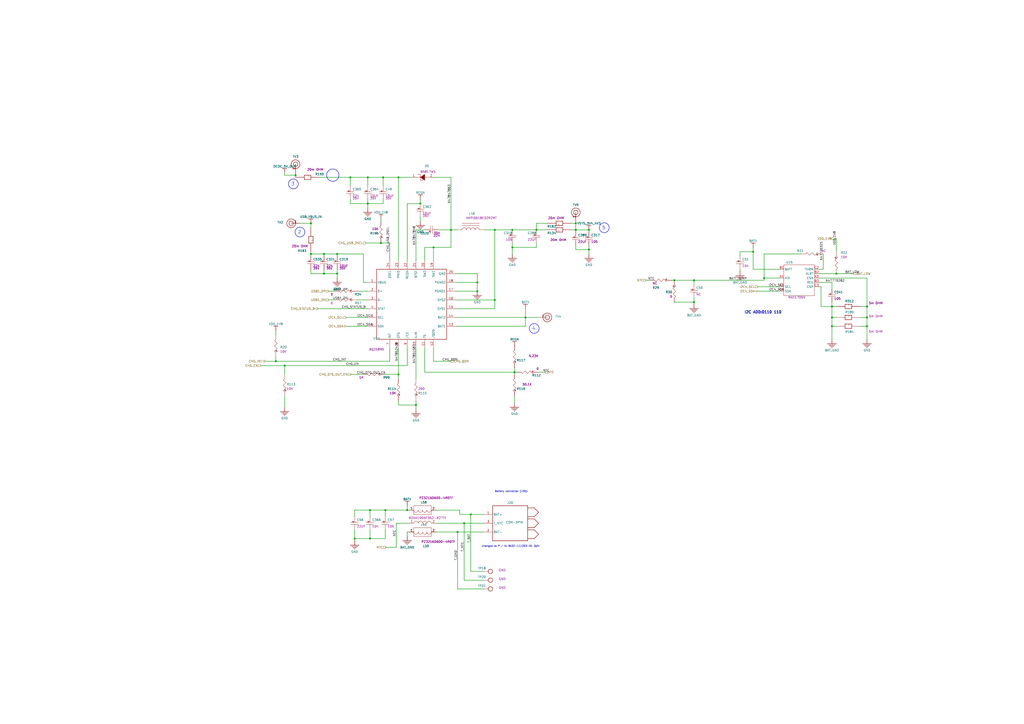
<source format=kicad_sch>
(kicad_sch (version 20231120) (generator "eeschema") (generator_version "8.0")
  (paper "A2")
  (title_block (title "Librem 5 Mainboard") (date "2024-03-21") (rev "v1.0.6") (company "Purism SPC") (comment 1 "GNU GPLv3+") (comment 2 "Copyright"))
  (junction (at 402.59 175.26))
  (junction (at 195.58 147.32))
  (junction (at 231.14 217.17))
  (junction (at 231.14 102.87))
  (junction (at 482.6 189.23))
  (junction (at 334.01 133.35))
  (junction (at 298.45 215.9))
  (junction (at 402.59 162.56))
  (junction (at 261.62 133.35))
  (junction (at 160.02 209.55))
  (junction (at 243.84 118.11))
  (junction (at 276.86 163.83))
  (junction (at 341.63 133.35))
  (junction (at 436.88 146.05))
  (junction (at 223.52 295.91))
  (junction (at 297.18 143.51))
  (junction (at 165.1 212.09))
  (junction (at 220.98 140.97))
  (junction (at 205.74 312.42))
  (junction (at 334.01 129.54))
  (junction (at 214.63 295.91))
  (junction (at 180.34 129.54))
  (junction (at 276.86 168.91))
  (junction (at 287.02 173.99))
  (junction (at 195.58 158.75))
  (junction (at 187.96 158.75))
  (junction (at 482.6 184.15))
  (junction (at 222.25 102.87))
  (junction (at 304.8 184.15))
  (junction (at 443.23 161.29))
  (junction (at 485.14 158.75))
  (junction (at 502.92 189.23))
  (junction (at 311.15 133.35))
  (junction (at 203.2 102.87))
  (junction (at 265.43 308.61))
  (junction (at 251.46 143.51))
  (junction (at 213.36 118.11))
  (junction (at 214.63 312.42))
  (junction (at 213.36 102.87))
  (junction (at 269.24 303.53))
  (junction (at 287.02 133.35))
  (junction (at 187.96 147.32))
  (junction (at 482.6 177.8))
  (junction (at 241.3 234.95))
  (junction (at 171.45 101.6))
  (junction (at 236.22 295.91))
  (junction (at 502.92 177.8))
  (junction (at 341.63 144.78))
  (junction (at 180.34 147.32))
  (junction (at 502.92 184.15))
  (junction (at 297.18 133.35))
  (junction (at 273.05 298.45))
  (junction (at 391.16 162.56))
  (wire (pts (xy 251.46 143.51) (xy 246.38 143.51)) (stroke (width 0.254)))
  (wire (pts (xy 334.01 133.35) (xy 341.63 133.35)) (stroke (width 0.254)))
  (wire (pts (xy 280.67 298.45) (xy 273.05 298.45)) (stroke (width 0.254)))
  (wire (pts (xy 334.01 128.27) (xy 334.01 129.54)) (stroke (width 0.254)))
  (wire (pts (xy 297.18 133.35) (xy 287.02 133.35)) (stroke (width 0.254)))
  (wire (pts (xy 402.59 175.26) (xy 402.59 172.72)) (stroke (width 0.254)))
  (wire (pts (xy 499.11 189.23) (xy 502.92 189.23)) (stroke (width 0.254)))
  (wire (pts (xy 203.2 102.87) (xy 185.42 102.87)) (stroke (width 0.254)))
  (wire (pts (xy 195.58 156.21) (xy 195.58 158.75)) (stroke (width 0.254)))
  (wire (pts (xy 298.45 213.36) (xy 298.45 215.9)) (stroke (width 0.254)))
  (wire (pts (xy 265.43 308.61) (xy 252.73 308.61)) (stroke (width 0.254)))
  (wire (pts (xy 180.34 148.59) (xy 180.34 147.32)) (stroke (width 0.254)))
  (wire (pts (xy 180.34 147.32) (xy 180.34 146.05)) (stroke (width 0.254)))
  (wire (pts (xy 213.36 118.11) (xy 213.36 115.57)) (stroke (width 0.254)))
  (wire (pts (xy 261.62 133.35) (xy 265.43 133.35)) (stroke (width 0.254)))
  (wire (pts (xy 317.5 133.35) (xy 311.15 133.35)) (stroke (width 0.254)))
  (wire (pts (xy 180.34 129.54) (xy 180.34 132.08)) (stroke (width 0.254)))
  (wire (pts (xy 171.45 102.87) (xy 171.45 101.6)) (stroke (width 0.254)))
  (wire (pts (xy 429.26 157.48) (xy 429.26 156.21)) (stroke (width 0.254)))
  (wire (pts (xy 287.02 173.99) (xy 264.16 173.99)) (stroke (width 0.254)))
  (wire (pts (xy 482.6 177.8) (xy 476.25 177.8)) (stroke (width 0.254)))
  (wire (pts (xy 223.52 295.91) (xy 223.52 299.72)) (stroke (width 0.254)))
  (wire (pts (xy 269.24 303.53) (xy 252.73 303.53)) (stroke (width 0.254)))
  (wire (pts (xy 214.63 299.72) (xy 214.63 295.91)) (stroke (width 0.254)))
  (wire (pts (xy 160.02 209.55) (xy 160.02 207.01)) (stroke (width 0.254)))
  (wire (pts (xy 243.84 118.11) (xy 236.22 118.11)) (stroke (width 0.254)))
  (wire (pts (xy 452.12 161.29) (xy 443.23 161.29)) (stroke (width 0.254)))
  (wire (pts (xy 165.1 217.17) (xy 165.1 212.09)) (stroke (width 0.254)))
  (wire (pts (xy 276.86 168.91) (xy 264.16 168.91)) (stroke (width 0.254)))
  (wire (pts (xy 195.58 147.32) (xy 195.58 148.59)) (stroke (width 0.254)))
  (wire (pts (xy 485.14 184.15) (xy 482.6 184.15)) (stroke (width 0.254)))
  (wire (pts (xy 298.45 217.17) (xy 298.45 215.9)) (stroke (width 0.254)))
  (wire (pts (xy 231.14 234.95) (xy 231.14 232.41)) (stroke (width 0.254)))
  (wire (pts (xy 222.25 118.11) (xy 213.36 118.11)) (stroke (width 0.254)))
  (wire (pts (xy 151.13 212.09) (xy 165.1 212.09)) (stroke (width 0.254)))
  (wire (pts (xy 214.63 295.91) (xy 205.74 295.91)) (stroke (width 0.254)))
  (wire (pts (xy 203.2 107.95) (xy 203.2 102.87)) (stroke (width 0.254)))
  (wire (pts (xy 237.49 303.53) (xy 229.87 303.53)) (stroke (width 0.254)))
  (wire (pts (xy 200.66 189.23) (xy 213.36 189.23)) (stroke (width 0.254)))
  (wire (pts (xy 207.01 168.91) (xy 213.36 168.91)) (stroke (width 0.254)))
  (wire (pts (xy 237.49 308.61) (xy 236.22 308.61)) (stroke (width 0.254)))
  (wire (pts (xy 214.63 312.42) (xy 223.52 312.42)) (stroke (width 0.254)))
  (wire (pts (xy 160.02 209.55) (xy 153.67 209.55)) (stroke (width 0.254)))
  (wire (pts (xy 287.02 179.07) (xy 264.16 179.07)) (stroke (width 0.254)))
  (wire (pts (xy 452.12 168.91) (xy 439.42 168.91)) (stroke (width 0.254)))
  (wire (pts (xy 213.36 179.07) (xy 184.15 179.07)) (stroke (width 0.254)))
  (wire (pts (xy 298.45 215.9) (xy 246.38 215.9)) (stroke (width 0.254)))
  (wire (pts (xy 220.98 128.27) (xy 220.98 127)) (stroke (width 0.254)))
  (wire (pts (xy 205.74 312.42) (xy 205.74 313.69)) (stroke (width 0.254)))
  (wire (pts (xy 377.19 162.56) (xy 374.65 162.56)) (stroke (width 0.254)))
  (wire (pts (xy 171.45 100.33) (xy 171.45 101.6)) (stroke (width 0.254)))
  (wire (pts (xy 280.67 308.61) (xy 265.43 308.61)) (stroke (width 0.254)))
  (wire (pts (xy 229.87 317.5) (xy 223.52 317.5)) (stroke (width 0.254)))
  (wire (pts (xy 436.88 156.21) (xy 436.88 146.05)) (stroke (width 0.254)))
  (wire (pts (xy 223.52 295.91) (xy 214.63 295.91)) (stroke (width 0.254)))
  (wire (pts (xy 241.3 219.71) (xy 241.3 201.93)) (stroke (width 0.254)))
  (wire (pts (xy 241.3 234.95) (xy 241.3 232.41)) (stroke (width 0.254)))
  (wire (pts (xy 485.14 146.05) (xy 485.14 138.43)) (stroke (width 0.254)))
  (wire (pts (xy 311.15 129.54) (xy 317.5 129.54)) (stroke (width 0.254)))
  (wire (pts (xy 476.25 177.8) (xy 476.25 166.37)) (stroke (width 0.254)))
  (wire (pts (xy 482.6 177.8) (xy 485.14 177.8)) (stroke (width 0.254)))
  (wire (pts (xy 402.59 176.53) (xy 402.59 175.26)) (stroke (width 0.254)))
  (wire (pts (xy 402.59 162.56) (xy 391.16 162.56)) (stroke (width 0.254)))
  (wire (pts (xy 226.06 140.97) (xy 226.06 151.13)) (stroke (width 0.254)))
  (wire (pts (xy 222.25 102.87) (xy 213.36 102.87)) (stroke (width 0.254)))
  (wire (pts (xy 195.58 147.32) (xy 187.96 147.32)) (stroke (width 0.254)))
  (wire (pts (xy 334.01 134.62) (xy 334.01 133.35)) (stroke (width 0.254)))
  (wire (pts (xy 280.67 341.63) (xy 265.43 341.63)) (stroke (width 0.254)))
  (wire (pts (xy 482.6 189.23) (xy 482.6 184.15)) (stroke (width 0.254)))
  (wire (pts (xy 205.74 312.42) (xy 205.74 307.34)) (stroke (width 0.254)))
  (wire (pts (xy 495.3 158.75) (xy 485.14 158.75)) (stroke (width 0.254)))
  (wire (pts (xy 276.86 163.83) (xy 264.16 163.83)) (stroke (width 0.254)))
  (wire (pts (xy 485.14 138.43) (xy 483.87 138.43)) (stroke (width 0.254)))
  (wire (pts (xy 502.92 196.85) (xy 502.92 189.23)) (stroke (width 0.254)))
  (wire (pts (xy 334.01 129.54) (xy 334.01 133.35)) (stroke (width 0.254)))
  (wire (pts (xy 203.2 118.11) (xy 203.2 115.57)) (stroke (width 0.254)))
  (wire (pts (xy 482.6 184.15) (xy 482.6 177.8)) (stroke (width 0.254)))
  (wire (pts (xy 304.8 184.15) (xy 304.8 189.23)) (stroke (width 0.254)))
  (wire (pts (xy 477.52 156.21) (xy 477.52 147.32)) (stroke (width 0.254)))
  (wire (pts (xy 311.15 133.35) (xy 311.15 129.54)) (stroke (width 0.254)))
  (wire (pts (xy 200.66 184.15) (xy 213.36 184.15)) (stroke (width 0.254)))
  (wire (pts (xy 213.36 107.95) (xy 213.36 102.87)) (stroke (width 0.254)))
  (wire (pts (xy 220.98 140.97) (xy 212.09 140.97)) (stroke (width 0.254)))
  (wire (pts (xy 223.52 312.42) (xy 223.52 307.34)) (stroke (width 0.254)))
  (wire (pts (xy 276.86 163.83) (xy 276.86 158.75)) (stroke (width 0.254)))
  (wire (pts (xy 210.82 217.17) (xy 203.2 217.17)) (stroke (width 0.254)))
  (wire (pts (xy 261.62 209.55) (xy 251.46 209.55)) (stroke (width 0.254)))
  (wire (pts (xy 273.05 331.47) (xy 273.05 298.45)) (stroke (width 0.254)))
  (wire (pts (xy 223.52 295.91) (xy 236.22 295.91)) (stroke (width 0.254)))
  (wire (pts (xy 331.47 133.35) (xy 334.01 133.35)) (stroke (width 0.254)))
  (wire (pts (xy 312.42 184.15) (xy 304.8 184.15)) (stroke (width 0.254)))
  (wire (pts (xy 246.38 215.9) (xy 246.38 201.93)) (stroke (width 0.254)))
  (wire (pts (xy 194.31 168.91) (xy 190.5 168.91)) (stroke (width 0.254)))
  (wire (pts (xy 246.38 143.51) (xy 246.38 151.13)) (stroke (width 0.254)))
  (wire (pts (xy 304.8 189.23) (xy 264.16 189.23)) (stroke (width 0.254)))
  (wire (pts (xy 187.96 156.21) (xy 187.96 158.75)) (stroke (width 0.254)))
  (wire (pts (xy 265.43 341.63) (xy 265.43 308.61)) (stroke (width 0.254)))
  (wire (pts (xy 231.14 217.17) (xy 231.14 201.93)) (stroke (width 0.254)))
  (wire (pts (xy 231.14 217.17) (xy 231.14 219.71)) (stroke (width 0.254)))
  (wire (pts (xy 429.26 146.05) (xy 429.26 148.59)) (stroke (width 0.254)))
  (wire (pts (xy 341.63 144.78) (xy 341.63 147.32)) (stroke (width 0.254)))
  (wire (pts (xy 443.23 161.29) (xy 443.23 147.32)) (stroke (width 0.254)))
  (wire (pts (xy 210.82 163.83) (xy 213.36 163.83)) (stroke (width 0.254)))
  (wire (pts (xy 236.22 212.09) (xy 236.22 201.93)) (stroke (width 0.254)))
  (wire (pts (xy 452.12 166.37) (xy 439.42 166.37)) (stroke (width 0.254)))
  (wire (pts (xy 287.02 173.99) (xy 287.02 179.07)) (stroke (width 0.254)))
  (wire (pts (xy 220.98 140.97) (xy 226.06 140.97)) (stroke (width 0.254)))
  (wire (pts (xy 452.12 156.21) (xy 436.88 156.21)) (stroke (width 0.254)))
  (wire (pts (xy 165.1 229.87) (xy 165.1 236.22)) (stroke (width 0.254)))
  (wire (pts (xy 246.38 133.35) (xy 241.3 133.35)) (stroke (width 0.254)))
  (wire (pts (xy 482.6 177.8) (xy 482.6 175.26)) (stroke (width 0.254)))
  (wire (pts (xy 195.58 147.32) (xy 210.82 147.32)) (stroke (width 0.254)))
  (wire (pts (xy 266.7 295.91) (xy 252.73 295.91)) (stroke (width 0.254)))
  (wire (pts (xy 266.7 298.45) (xy 266.7 295.91)) (stroke (width 0.254)))
  (wire (pts (xy 254 133.35) (xy 261.62 133.35)) (stroke (width 0.254)))
  (wire (pts (xy 165.1 212.09) (xy 236.22 212.09)) (stroke (width 0.254)))
  (wire (pts (xy 187.96 158.75) (xy 195.58 158.75)) (stroke (width 0.254)))
  (wire (pts (xy 304.8 184.15) (xy 304.8 179.07)) (stroke (width 0.254)))
  (wire (pts (xy 443.23 147.32) (xy 464.82 147.32)) (stroke (width 0.254)))
  (wire (pts (xy 485.14 158.75) (xy 474.98 158.75)) (stroke (width 0.254)))
  (wire (pts (xy 194.31 173.99) (xy 190.5 173.99)) (stroke (width 0.254)))
  (wire (pts (xy 236.22 295.91) (xy 236.22 293.37)) (stroke (width 0.254)))
  (wire (pts (xy 280.67 331.47) (xy 273.05 331.47)) (stroke (width 0.254)))
  (wire (pts (xy 298.45 215.9) (xy 299.72 215.9)) (stroke (width 0.254)))
  (wire (pts (xy 261.62 133.35) (xy 261.62 143.51)) (stroke (width 0.254)))
  (wire (pts (xy 402.59 162.56) (xy 402.59 165.1)) (stroke (width 0.254)))
  (wire (pts (xy 482.6 196.85) (xy 482.6 189.23)) (stroke (width 0.254)))
  (wire (pts (xy 180.34 158.75) (xy 187.96 158.75)) (stroke (width 0.254)))
  (wire (pts (xy 229.87 303.53) (xy 229.87 317.5)) (stroke (width 0.254)))
  (wire (pts (xy 474.98 156.21) (xy 477.52 156.21)) (stroke (width 0.254)))
  (wire (pts (xy 280.67 303.53) (xy 269.24 303.53)) (stroke (width 0.254)))
  (wire (pts (xy 214.63 307.34) (xy 214.63 312.42)) (stroke (width 0.254)))
  (wire (pts (xy 243.84 115.57) (xy 243.84 118.11)) (stroke (width 0.254)))
  (wire (pts (xy 474.98 163.83) (xy 482.6 163.83)) (stroke (width 0.254)))
  (wire (pts (xy 251.46 143.51) (xy 251.46 151.13)) (stroke (width 0.254)))
  (wire (pts (xy 391.16 175.26) (xy 402.59 175.26)) (stroke (width 0.254)))
  (wire (pts (xy 195.58 158.75) (xy 195.58 161.29)) (stroke (width 0.254)))
  (wire (pts (xy 173.99 129.54) (xy 180.34 129.54)) (stroke (width 0.254)))
  (wire (pts (xy 287.02 173.99) (xy 287.02 133.35)) (stroke (width 0.254)))
  (wire (pts (xy 205.74 295.91) (xy 205.74 299.72)) (stroke (width 0.254)))
  (wire (pts (xy 226.06 209.55) (xy 226.06 201.93)) (stroke (width 0.254)))
  (wire (pts (xy 436.88 146.05) (xy 429.26 146.05)) (stroke (width 0.254)))
  (wire (pts (xy 297.18 143.51) (xy 297.18 140.97)) (stroke (width 0.254)))
  (wire (pts (xy 304.8 184.15) (xy 264.16 184.15)) (stroke (width 0.254)))
  (wire (pts (xy 213.36 118.11) (xy 203.2 118.11)) (stroke (width 0.254)))
  (wire (pts (xy 502.92 161.29) (xy 474.98 161.29)) (stroke (width 0.254)))
  (wire (pts (xy 243.84 128.27) (xy 243.84 125.73)) (stroke (width 0.254)))
  (wire (pts (xy 187.96 148.59) (xy 187.96 147.32)) (stroke (width 0.254)))
  (wire (pts (xy 237.49 295.91) (xy 236.22 295.91)) (stroke (width 0.254)))
  (wire (pts (xy 210.82 147.32) (xy 210.82 163.83)) (stroke (width 0.254)))
  (wire (pts (xy 311.15 133.35) (xy 297.18 133.35)) (stroke (width 0.254)))
  (wire (pts (xy 331.47 129.54) (xy 334.01 129.54)) (stroke (width 0.254)))
  (wire (pts (xy 482.6 163.83) (xy 482.6 167.64)) (stroke (width 0.254)))
  (wire (pts (xy 311.15 143.51) (xy 297.18 143.51)) (stroke (width 0.254)))
  (wire (pts (xy 311.15 140.97) (xy 311.15 143.51)) (stroke (width 0.254)))
  (wire (pts (xy 261.62 102.87) (xy 251.46 102.87)) (stroke (width 0.254)))
  (wire (pts (xy 236.22 308.61) (xy 236.22 311.15)) (stroke (width 0.254)))
  (wire (pts (xy 241.3 234.95) (xy 231.14 234.95)) (stroke (width 0.254)))
  (wire (pts (xy 236.22 118.11) (xy 236.22 151.13)) (stroke (width 0.254)))
  (wire (pts (xy 238.76 102.87) (xy 231.14 102.87)) (stroke (width 0.254)))
  (wire (pts (xy 261.62 133.35) (xy 261.62 102.87)) (stroke (width 0.254)))
  (wire (pts (xy 273.05 298.45) (xy 266.7 298.45)) (stroke (width 0.254)))
  (wire (pts (xy 297.18 147.32) (xy 297.18 143.51)) (stroke (width 0.254)))
  (wire (pts (xy 180.34 156.21) (xy 180.34 158.75)) (stroke (width 0.254)))
  (wire (pts (xy 222.25 115.57) (xy 222.25 118.11)) (stroke (width 0.254)))
  (wire (pts (xy 276.86 158.75) (xy 264.16 158.75)) (stroke (width 0.254)))
  (wire (pts (xy 231.14 102.87) (xy 231.14 151.13)) (stroke (width 0.254)))
  (wire (pts (xy 160.02 191.77) (xy 160.02 194.31)) (stroke (width 0.254)))
  (wire (pts (xy 269.24 336.55) (xy 269.24 303.53)) (stroke (width 0.254)))
  (wire (pts (xy 241.3 237.49) (xy 241.3 234.95)) (stroke (width 0.254)))
  (wire (pts (xy 298.45 229.87) (xy 298.45 233.68)) (stroke (width 0.254)))
  (wire (pts (xy 171.45 101.6) (xy 165.1 101.6)) (stroke (width 0.254)))
  (wire (pts (xy 231.14 217.17) (xy 223.52 217.17)) (stroke (width 0.254)))
  (wire (pts (xy 341.63 142.24) (xy 341.63 144.78)) (stroke (width 0.254)))
  (wire (pts (xy 187.96 147.32) (xy 180.34 147.32)) (stroke (width 0.254)))
  (wire (pts (xy 213.36 102.87) (xy 203.2 102.87)) (stroke (width 0.254)))
  (wire (pts (xy 502.92 177.8) (xy 502.92 161.29)) (stroke (width 0.254)))
  (wire (pts (xy 160.02 209.55) (xy 226.06 209.55)) (stroke (width 0.254)))
  (wire (pts (xy 213.36 120.65) (xy 213.36 118.11)) (stroke (width 0.254)))
  (wire (pts (xy 222.25 107.95) (xy 222.25 102.87)) (stroke (width 0.254)))
  (wire (pts (xy 231.14 102.87) (xy 222.25 102.87)) (stroke (width 0.254)))
  (wire (pts (xy 485.14 189.23) (xy 482.6 189.23)) (stroke (width 0.254)))
  (wire (pts (xy 334.01 142.24) (xy 334.01 144.78)) (stroke (width 0.254)))
  (wire (pts (xy 251.46 209.55) (xy 251.46 201.93)) (stroke (width 0.254)))
  (wire (pts (xy 312.42 215.9) (xy 316.23 215.9)) (stroke (width 0.254)))
  (wire (pts (xy 443.23 162.56) (xy 402.59 162.56)) (stroke (width 0.254)))
  (wire (pts (xy 499.11 184.15) (xy 502.92 184.15)) (stroke (width 0.254)))
  (wire (pts (xy 502.92 189.23) (xy 502.92 184.15)) (stroke (width 0.254)))
  (wire (pts (xy 389.89 162.56) (xy 391.16 162.56)) (stroke (width 0.254)))
  (wire (pts (xy 341.63 134.62) (xy 341.63 133.35)) (stroke (width 0.254)))
  (wire (pts (xy 287.02 133.35) (xy 280.67 133.35)) (stroke (width 0.254)))
  (wire (pts (xy 502.92 184.15) (xy 502.92 177.8)) (stroke (width 0.254)))
  (wire (pts (xy 502.92 177.8) (xy 499.11 177.8)) (stroke (width 0.254)))
  (wire (pts (xy 280.67 336.55) (xy 269.24 336.55)) (stroke (width 0.254)))
  (wire (pts (xy 476.25 166.37) (xy 474.98 166.37)) (stroke (width 0.254)))
  (wire (pts (xy 241.3 133.35) (xy 241.3 151.13)) (stroke (width 0.254)))
  (wire (pts (xy 261.62 143.51) (xy 251.46 143.51)) (stroke (width 0.254)))
  (wire (pts (xy 334.01 144.78) (xy 341.63 144.78)) (stroke (width 0.254)))
  (wire (pts (xy 443.23 161.29) (xy 443.23 162.56)) (stroke (width 0.254)))
  (wire (pts (xy 436.88 146.05) (xy 436.88 143.51)) (stroke (width 0.254)))
  (wire (pts (xy 205.74 312.42) (xy 214.63 312.42)) (stroke (width 0.254)))
  (wire (pts (xy 276.86 168.91) (xy 276.86 163.83)) (stroke (width 0.254)))
  (wire (pts (xy 165.1 101.6) (xy 165.1 100.33)) (stroke (width 0.254)))
  (wire (pts (xy 207.01 173.99) (xy 213.36 173.99)) (stroke (width 0.254)))
  (circle (center 170.18 106.68) (radius 2.845) (stroke (width 0.254)))
  (circle (center 193.04 101.6) (radius 3.581) (stroke (width 0.254)))
  (circle (center 309.88 190.5) (radius 2.845) (stroke (width 0.254)))
  (circle (center 173.99 134.62) (radius 2.845) (stroke (width 0.254)))
  (circle (center 350.52 132.08) (radius 2.845) (stroke (width 0.254)))
  (text "5" (at 349.25 133.35 0) (effects (font (size 1.905 1.905)) (justify left bottom)))
  (text "I2C ADD:0110 110" (at 431.8 182.118 0) (effects (font (size 1.524 1.524) (bold yes)) (justify left bottom)))
  (text "2" (at 172.72 135.89 0) (effects (font (size 1.905 1.905)) (justify left bottom)))
  (text "Battery connector (J20):" (at 287.02 285.75 0) (effects (font (size 1.016 1.016)) (justify left bottom)))
  (text "changed to P / N: BA32-111203-01 3pin" (at 279.4 317.5 0) (effects (font (size 1.016 1.016)) (justify left bottom)))
  (text "4" (at 308.61 191.77 0) (effects (font (size 1.905 1.905)) (justify left bottom)))
  (text "3" (at 168.91 107.95 0) (effects (font (size 1.905 1.905)) (justify left bottom)))
  (label "NTC" (at 375.92 162.56 0))
  (label "CHG_STATUS_B" (at 198.12 179.07 0))
  (label "I2C4_SDA" (at 207.01 189.23 0))
  (label "T_GND" (at 265.43 325.12 90))
  (label "CHG_USB_DSEL" (at 226.06 146.05 90))
  (label "CHG_EN" (at 200.66 212.09 0))
  (label "N47847848" (at 241.3 142.24 90))
  (label "T_BAT" (at 273.05 314.96 90))
  (label "CHG_QON" (at 256.54 209.55 0))
  (label "N47847863" (at 261.62 118.11 90))
  (label "N47770321" (at 477.52 151.13 90))
  (label "NTC" (at 314.96 215.9 0))
  (label "VDD_1V8" (at 485.14 142.24 90))
  (label "I2C4_SDA" (at 445.77 168.91 0))
  (label "BATT_TEMP" (at 422.91 162.56 0))
  (label "CHG_OTG_OUT_EN" (at 207.01 217.17 0))
  (label "CHG_INT" (at 193.04 209.55 0))
  (label "NTC" (at 229.87 311.15 90))
  (label "N47770282" (at 478.79 163.83 0))
  (label "N47852429" (at 231.14 209.55 90))
  (label "I2C4_SCL" (at 207.01 184.15 0))
  (label "USB1_DP" (at 193.04 168.91 0))
  (label "USB1_DN" (at 193.04 173.99 0))
  (label "N47851587" (at 241.3 210.82 90))
  (label "BAT_LOW" (at 490.22 158.75 0))
  (label "T_NTC" (at 269.24 320.04 90))
  (label "I2C4_SCL" (at 445.77 166.37 0))
  (hierarchical_label "CHG_EN" (shape passive) (at 151.13 212.09 180))
  (hierarchical_label "USB1_DN" (shape passive) (at 190.5 173.99 180))
  (hierarchical_label "CHG_INT" (shape output) (at 153.67 209.55 180))
  (hierarchical_label "NTC" (shape passive) (at 223.52 317.5 180))
  (hierarchical_label "I2C4_SCL" (shape passive) (at 200.66 184.15 180))
  (hierarchical_label "NTC" (shape passive) (at 374.65 162.56 180))
  (hierarchical_label "BAT_LOW" (shape passive) (at 495.3 158.75 0))
  (hierarchical_label "CHG_QON" (shape passive) (at 261.62 209.55 0))
  (hierarchical_label "I2C4_SDA" (shape bidirectional) (at 439.42 168.91 180))
  (hierarchical_label "VDD_1V8" (shape passive) (at 483.87 138.43 180))
  (hierarchical_label "CHG_OTG_OUT_EN" (shape passive) (at 203.2 217.17 180))
  (hierarchical_label "I2C4_SCL" (shape passive) (at 439.42 166.37 180))
  (hierarchical_label "I2C4_SDA" (shape bidirectional) (at 200.66 189.23 180))
  (hierarchical_label "CHG_STATUS_B" (shape output) (at 184.15 179.07 180))
  (hierarchical_label "NTC" (shape passive) (at 316.23 215.9 0))
  (hierarchical_label "USB1_DP" (shape passive) (at 190.5 168.91 180))
  (hierarchical_label "CHG_USB_DSEL" (shape passive) (at 212.09 140.97 180))
  (symbol (lib_id "C-13_CHARGE_BAT_LED:root_0_CON-3PIN") (at 285.75 313.69 0) (unit 1)
    (property "Reference" "J20" (at 295.91 292.354 0) (effects (justify bottom)))
    (property "Value" "CON-3PIN" (at 298.45 302.26 0) (effects (justify top)))
  )
  (symbol (lib_id "C-13_CHARGE_BAT_LED:root_0_BQ25895-25") (at 218.44 196.85 0) (unit 1)
    (property "Reference" "U14" (at 218.44 196.85 0) (effects (justify bottom)))
    (property "Value" "BQ25895-25" (effects (hide yes)))
    (property "Footprint" "BQ25895" (effects (hide yes)))
    (property "PCB DECAL" "BQ25895" (effects (hide yes)))
    (property "GEOMETRY.HEIGHT" "0.8MM" (effects (hide yes)))
    (property "PCB FOOTPRINT" "WQFN20  4x4mm" (effects (hide yes)))
    (property "DESCRIPTION" "IC i2c Controlled Single Cell 5A Fast Charger for High Input Voltge" (effects (hide yes)))
    (property "MFG_NAME" "TI" (effects (hide yes)))
    (property "VALUE" "BQ25895" (at 218.44 201.93 0) (effects (justify top)))
  )
  (symbol (lib_id "C-13_CHARGE_BAT_LED:root_0_C0603") (at 241.3 123.19 0) (unit 1)
    (property "Reference" "C363" (at 245.11 120.65 0) (effects (justify left bottom)))
    (property "Value" "C0603" (effects (hide yes)))
    (property "Footprint" "CAP-0603" (effects (hide yes)))
    (property "PCB DECAL" "CAP-0603" (effects (hide yes)))
    (property "DESCRIPTION" "CAP CER 10uF 35V 20% X5R 0603" (effects (hide yes)))
    (property "VOLTAGE" "35V" (at 245.11 124.46 0) (effects (justify left top)))
    (property "VALUE" "10UF" (at 245.11 124.46 0) (effects (justify left bottom)))
    (property "GEOMETRY.HEIGHT" "0.8MM" (effects (hide yes)))
    (property "PCB FOOTPRINT" "603" (effects (hide yes)))
  )
  (symbol (lib_id "C-13_CHARGE_BAT_LED:GND") (at 241.3 237.49 0) (unit 1)
    (property "Reference" "#PWR?" (effects (hide yes)))
    (property "Value" "GND" (at 241.3 243.84 0))
  )
  (symbol (lib_id "C-13_CHARGE_BAT_LED:BAT_GND") (at 429.26 157.48 0) (unit 1)
    (property "Reference" "#PWR?" (effects (hide yes)))
    (property "Value" "BAT_GND" (at 429.26 163.83 0))
  )
  (symbol (lib_id "C-13_CHARGE_BAT_LED:GND") (at 165.1 236.22 0) (unit 1)
    (property "Reference" "#PWR?" (effects (hide yes)))
    (property "Value" "GND" (at 165.1 242.57 0))
  )
  (symbol (lib_id "C-13_CHARGE_BAT_LED:root_0_C0603") (at 308.61 138.43 0) (unit 1)
    (property "Reference" "C288" (at 306.07 135.89 0) (effects (justify left bottom)))
    (property "Value" "C0603" (effects (hide yes)))
    (property "Footprint" "CAP-0603" (effects (hide yes)))
    (property "PCB DECAL" "CAP-0603" (effects (hide yes)))
    (property "DESCRIPTION" "CAP CER 22uF 6V3 20% X5R 0603" (effects (hide yes)))
    (property "VOLTAGE" "6.3V" (effects (hide yes)))
    (property "VALUE" "22UF" (at 306.07 139.7 0) (effects (justify left bottom)))
    (property "GEOMETRY.HEIGHT" "0.8MM" (effects (hide yes)))
    (property "PCB FOOTPRINT" "603" (effects (hide yes)))
  )
  (symbol (lib_id "C-13_CHARGE_BAT_LED:BATV") (at 436.88 143.51 180) (unit 1)
    (property "Reference" "#PWR?" (effects (hide yes)))
    (property "Value" "BATV" (at 436.88 139.7 0))
  )
  (symbol (lib_id "C-13_CHARGE_BAT_LED:USB_VBUS_IN") (at 180.34 129.54 180) (unit 1)
    (property "Reference" "#PWR?" (effects (hide yes)))
    (property "Value" "USB_VBUS_IN" (at 180.34 125.73 0))
  )
  (symbol (lib_id "C-13_CHARGE_BAT_LED:BAT_GND") (at 402.59 176.53 0) (unit 1)
    (property "Reference" "#PWR?" (effects (hide yes)))
    (property "Value" "BAT_GND" (at 402.59 182.88 0))
  )
  (symbol (lib_id "C-13_CHARGE_BAT_LED:root_0_CURRENT_R") (at 322.58 130.81 0) (unit 1)
    (property "Reference" "R182" (at 320.04 132.08 0) (effects (justify bottom)))
    (property "Value" "CURRENT_R" (effects (hide yes)))
    (property "Footprint" "3D-R0603" (effects (hide yes)))
    (property "PCB DECAL" "3D-R0603" (effects (hide yes)))
    (property "GEOMETRY.HEIGHT" "0.5MM" (effects (hide yes)))
    (property "VALUE" "20m OHM" (at 322.58 125.73 0) (effects (justify top)))
    (property "DESCRIPTION" "Resistor Chip 0603 20m Ohm 1/10W 1% RALEC" (effects (hide yes)))
    (property "PCB FOOTPRINT" "603" (effects (hide yes)))
  )
  (symbol (lib_id "C-13_CHARGE_BAT_LED:root_1_CURRENT_R") (at 181.61 140.97 0) (unit 1)
    (property "Reference" "R183" (at 175.26 144.78 0) (effects (justify top)))
    (property "Value" "CURRENT_R" (effects (hide yes)))
    (property "Footprint" "3D-R0603" (effects (hide yes)))
    (property "PCB DECAL" "3D-R0603" (effects (hide yes)))
    (property "GEOMETRY.HEIGHT" "0.5MM" (effects (hide yes)))
    (property "VALUE" "20m OHM" (at 173.99 143.51 0) (effects (justify bottom)))
    (property "DESCRIPTION" "Resistor Chip 0603 20m Ohm 1/10W 1% RALEC" (effects (hide yes)))
    (property "PCB FOOTPRINT" "603" (effects (hide yes)))
  )
  (symbol (lib_id "C-13_CHARGE_BAT_LED:root_2_T_POINT_R") (at 285.75 334.01 0) (unit 1)
    (property "Reference" "TP20" (at 281.94 334.01 0) (effects (justify right top)))
    (property "Value" "T_POINT_R" (effects (hide yes)))
    (property "Footprint" "SIP-1PF" (effects (hide yes)))
    (property "DESCRIPTION" "Z" (effects (hide yes)))
    (property "PCB DECAL" "SIP-1PF" (effects (hide yes)))
    (property "VALUE" "GND" (at 293.37 336.55 0) (effects (justify right bottom)))
  )
  (symbol (lib_id "C-13_CHARGE_BAT_LED:root_0_C0201") (at 400.05 170.18 0) (unit 1)
    (property "Reference" "C50" (at 403.86 167.64 0) (effects (justify left bottom)))
    (property "Value" "C0201" (effects (hide yes)))
    (property "Footprint" "CAP-0201" (effects (hide yes)))
    (property "DESCRIPTION" "Z CAP CER 1uF 6V3 20% X5R 0201" (effects (hide yes)))
    (property "PCB DECAL" "CAP-0201" (effects (hide yes)))
    (property "VALUE" "NC" (at 403.86 171.45 0) (effects (justify left bottom)))
    (property "GEOMETRY.HEIGHT" "0.3MM" (effects (hide yes)))
    (property "PCB FOOTPRINT" "201" (effects (hide yes)))
  )
  (symbol (lib_id "C-13_CHARGE_BAT_LED:root_2_mirrored_TEST-POINT") (at 317.5 184.15 0) (unit 1)
    (property "Reference" "TV4" (at 323.85 182.88 0) (effects (justify top)))
    (property "Value" "TEST-POINT" (effects (hide yes)))
    (property "Footprint" "SIP-1PE" (effects (hide yes)))
    (property "PCB DECAL" "SIP-1PE" (effects (hide yes)))
    (property "VALUE" "M3" (effects (hide yes)))
    (property "GEOMETRY.HEIGHT" "0.1MM" (effects (hide yes)))
    (property "DESCRIPTION" "Z" (effects (hide yes)))
  )
  (symbol (lib_id "C-13_CHARGE_BAT_LED:root_0_RES_2") (at 482.6 156.21 0) (unit 1)
    (property "Reference" "R22" (at 487.68 147.32 0) (effects (justify left bottom)))
    (property "Value" "RES_2" (effects (hide yes)))
    (property "Footprint" "RES-0201" (effects (hide yes)))
    (property "PCB DECAL" "RES-0201" (effects (hide yes)))
    (property "DESCRIPTION" "Resistor Chip 0201 10K Ohm 1/16W 1% RALEC" (effects (hide yes)))
    (property "VALUE" "10K" (at 487.68 149.86 0) (effects (justify left bottom)))
    (property "GEOMETRY.HEIGHT" "0.3MM" (effects (hide yes)))
    (property "PCB FOOTPRINT" "201" (effects (hide yes)))
  )
  (symbol (lib_id "C-13_CHARGE_BAT_LED:root_0_C0402") (at 200.66 113.03 0) (unit 1)
    (property "Reference" "C365" (at 204.47 110.49 0) (effects (justify left bottom)))
    (property "Value" "C0402" (effects (hide yes)))
    (property "Footprint" "CAP-0402" (effects (hide yes)))
    (property "PCB DECAL" "CAP-0402" (effects (hide yes)))
    (property "DESCRIPTION" "CAP CER 0.22uF 35V 20% X5R 0402" (effects (hide yes)))
    (property "VOLTAGE" "35V" (at 204.47 114.3 0) (effects (justify left top)))
    (property "VALUE" "224" (at 204.47 114.3 0) (effects (justify left bottom)))
    (property "GEOMETRY.HEIGHT" "0.5MM" (effects (hide yes)))
    (property "PCB FOOTPRINT" "402" (effects (hide yes)))
  )
  (symbol (lib_id "C-13_CHARGE_BAT_LED:BATV") (at 304.8 179.07 180) (unit 1)
    (property "Reference" "#PWR?" (effects (hide yes)))
    (property "Value" "BATV" (at 304.8 175.26 0))
  )
  (symbol (lib_id "C-13_CHARGE_BAT_LED:GND") (at 297.18 147.32 0) (unit 1)
    (property "Reference" "#PWR?" (effects (hide yes)))
    (property "Value" "GND" (at 297.18 153.67 0))
  )
  (symbol (lib_id "C-13_CHARGE_BAT_LED:root_0_C0201") (at 294.64 138.43 0) (unit 1)
    (property "Reference" "C318" (at 292.1 135.89 0) (effects (justify left bottom)))
    (property "Value" "C0201" (effects (hide yes)))
    (property "Footprint" "CAP-0201" (effects (hide yes)))
    (property "VOLTAGE" "6.3V" (effects (hide yes)))
    (property "DESCRIPTION" "CAP CER 1uF 6V3 20% X5R 0201" (effects (hide yes)))
    (property "PCB DECAL" "CAP-0201" (effects (hide yes)))
    (property "VALUE" "105" (at 293.37 139.7 0) (effects (justify left bottom)))
    (property "GEOMETRY.HEIGHT" "0.3MM" (effects (hide yes)))
    (property "PCB FOOTPRINT" "201" (effects (hide yes)))
  )
  (symbol (lib_id "C-13_CHARGE_BAT_LED:root_0_C0603") (at 210.82 113.03 0) (unit 1)
    (property "Reference" "C364" (at 214.63 110.49 0) (effects (justify left bottom)))
    (property "Value" "C0603" (effects (hide yes)))
    (property "Footprint" "CAP-0603" (effects (hide yes)))
    (property "PCB DECAL" "CAP-0603" (effects (hide yes)))
    (property "DESCRIPTION" "CAP CER 10uF 35V 20% X5R 0603" (effects (hide yes)))
    (property "VOLTAGE" "35V" (at 214.63 114.3 0) (effects (justify left top)))
    (property "VALUE" "10UF" (at 214.63 114.3 0) (effects (justify left bottom)))
    (property "GEOMETRY.HEIGHT" "0.8MM" (effects (hide yes)))
    (property "PCB FOOTPRINT" "603" (effects (hide yes)))
  )
  (symbol (lib_id "C-13_CHARGE_BAT_LED:GND") (at 213.36 120.65 0) (unit 1)
    (property "Reference" "#PWR?" (effects (hide yes)))
    (property "Value" "GND" (at 213.36 127 0))
  )
  (symbol (lib_id "C-13_CHARGE_BAT_LED:root_0_mirrored_ZLLS400") (at 248.92 105.41 0) (unit 1)
    (property "Reference" "D5" (at 248.92 97.028 0) (effects (justify right bottom)))
    (property "Value" "ZLLS400" (effects (hide yes)))
    (property "Footprint" "3D-SOD-323" (effects (hide yes)))
    (property "PCB DECAL" "3D-SOD-323" (effects (hide yes)))
    (property "DESCRIPTION" "DIODE Schottky Barrier Diode SOD323" (effects (hide yes)))
    (property "VALUE" "B5817WS" (at 252.73 100.33 0) (effects (justify right bottom)))
    (property "GEOMETRY.HEIGHT" "1.2MM" (effects (hide yes)))
    (property "PCB FOOTPRINT" "SOD323  2x1.4x1.2mm" (effects (hide yes)))
  )
  (symbol (lib_id "C-13_CHARGE_BAT_LED:root_0_RES_2") (at 388.62 172.72 0) (unit 1)
    (property "Reference" "R30" (at 386.08 170.18 0) (effects (justify left bottom)))
    (property "Value" "RES_2" (effects (hide yes)))
    (property "Footprint" "RES-0201" (effects (hide yes)))
    (property "PCB DECAL" "RES-0201" (effects (hide yes)))
    (property "DESCRIPTION" "Resistor Chip 0201 0R Ohm 1/16W 1% RALEC" (effects (hide yes)))
    (property "VALUE" "0" (at 388.62 172.72 0) (effects (justify left bottom)))
    (property "GEOMETRY.HEIGHT" "0.3MM" (effects (hide yes)))
    (property "PCB FOOTPRINT" "201" (effects (hide yes)))
  )
  (symbol (lib_id "C-13_CHARGE_BAT_LED:root_2_RES_2") (at 167.64 219.71 0) (unit 1)
    (property "Reference" "R113" (at 171.45 222.25 0) (effects (justify right top)))
    (property "Value" "RES_2" (effects (hide yes)))
    (property "Footprint" "RES-0201" (effects (hide yes)))
    (property "PCB DECAL" "RES-0201" (effects (hide yes)))
    (property "DESCRIPTION" "Resistor Chip 0201 10K Ohm 1/16W 1% RALEC" (effects (hide yes)))
    (property "VALUE" "10K" (at 170.18 224.79 0) (effects (justify right top)))
    (property "GEOMETRY.HEIGHT" "0.3MM" (effects (hide yes)))
    (property "PCB FOOTPRINT" "201" (effects (hide yes)))
  )
  (symbol (lib_id "C-13_CHARGE_BAT_LED:root_0_C0201") (at 220.98 304.8 0) (unit 1)
    (property "Reference" "C57" (at 224.79 302.26 0) (effects (justify left bottom)))
    (property "Value" "C0201" (effects (hide yes)))
    (property "Footprint" "CAP-0201" (effects (hide yes)))
    (property "VOLTAGE" "6.3V" (effects (hide yes)))
    (property "DESCRIPTION" "CAP CER 1uF 6V3 20% X5R 0201" (effects (hide yes)))
    (property "PCB DECAL" "CAP-0201" (effects (hide yes)))
    (property "VALUE" "105" (at 224.79 306.07 0) (effects (justify left bottom)))
    (property "GEOMETRY.HEIGHT" "0.3MM" (effects (hide yes)))
    (property "PCB FOOTPRINT" "201" (effects (hide yes)))
  )
  (symbol (lib_id "C-13_CHARGE_BAT_LED:root_3_RES_2") (at 196.85 166.37 0) (unit 1)
    (property "Reference" "R34" (at 205.74 171.45 0) (effects (justify left bottom)))
    (property "Value" "RES_2" (effects (hide yes)))
    (property "Footprint" "RES-0201" (effects (hide yes)))
    (property "PCB DECAL" "RES-0201" (effects (hide yes)))
    (property "DESCRIPTION" "Resistor Chip 0201 0R Ohm 1/16W 1% RALEC" (effects (hide yes)))
    (property "VALUE" "0" (at 191.77 171.45 0) (effects (justify left bottom)))
    (property "GEOMETRY.HEIGHT" "0.3MM" (effects (hide yes)))
    (property "PCB FOOTPRINT" "201" (effects (hide yes)))
  )
  (symbol (lib_id "C-13_CHARGE_BAT_LED:VDD_1V8") (at 220.98 127 180) (unit 1)
    (property "Reference" "#PWR?" (effects (hide yes)))
    (property "Value" "VDD_1V8" (at 220.98 123.19 0))
  )
  (symbol (lib_id "C-13_CHARGE_BAT_LED:GND") (at 195.58 161.29 0) (unit 1)
    (property "Reference" "#PWR?" (effects (hide yes)))
    (property "Value" "GND" (at 195.58 167.64 0))
  )
  (symbol (lib_id "C-13_CHARGE_BAT_LED:GND") (at 502.92 196.85 0) (unit 1)
    (property "Reference" "#PWR?" (effects (hide yes)))
    (property "Value" "GND" (at 502.92 203.2 0))
  )
  (symbol (lib_id "C-13_CHARGE_BAT_LED:GND") (at 243.84 128.27 0) (unit 1)
    (property "Reference" "#PWR?" (effects (hide yes)))
    (property "Value" "GND" (at 243.84 134.62 0))
  )
  (symbol (lib_id "C-13_CHARGE_BAT_LED:root_0_C0201") (at 480.06 172.72 0) (unit 1)
    (property "Reference" "C541" (at 483.87 170.18 0) (effects (justify left bottom)))
    (property "Value" "C0201" (effects (hide yes)))
    (property "Footprint" "CAP-0201" (effects (hide yes)))
    (property "VOLTAGE" "6.3V" (effects (hide yes)))
    (property "DESCRIPTION" "CAP CER 1uF 6V3 20% X5R 0201" (effects (hide yes)))
    (property "PCB DECAL" "CAP-0201" (effects (hide yes)))
    (property "VALUE" "105" (at 483.87 173.99 0) (effects (justify left bottom)))
    (property "GEOMETRY.HEIGHT" "0.3MM" (effects (hide yes)))
    (property "PCB FOOTPRINT" "201" (effects (hide yes)))
  )
  (symbol (lib_id "C-13_CHARGE_BAT_LED:root_3_RES_2") (at 302.26 213.36 0) (unit 1)
    (property "Reference" "R112" (at 308.61 218.44 0) (effects (justify left bottom)))
    (property "Value" "RES_2" (effects (hide yes)))
    (property "Footprint" "RES-0201" (effects (hide yes)))
    (property "PCB DECAL" "RES-0201" (effects (hide yes)))
    (property "DESCRIPTION" "Resistor Chip 0201 0R Ohm 1/16W 1% RALEC" (effects (hide yes)))
    (property "VALUE" "0" (at 311.15 214.63 0) (effects (justify left bottom)))
    (property "GEOMETRY.HEIGHT" "0.3MM" (effects (hide yes)))
    (property "PCB FOOTPRINT" "201" (effects (hide yes)))
  )
  (symbol (lib_id "C-13_CHARGE_BAT_LED:root_2_CURRENT_R") (at 180.34 101.6 0) (unit 1)
    (property "Reference" "R195" (at 185.42 100.33 0) (effects (justify top)))
    (property "Value" "CURRENT_R" (effects (hide yes)))
    (property "Footprint" "3D-R0603" (effects (hide yes)))
    (property "PCB DECAL" "3D-R0603" (effects (hide yes)))
    (property "GEOMETRY.HEIGHT" "0.5MM" (effects (hide yes)))
    (property "VALUE" "20m OHM" (at 182.88 99.06 0) (effects (justify bottom)))
    (property "DESCRIPTION" "Resistor Chip 0603 20m Ohm 1/10W 1% RALEC" (effects (hide yes)))
    (property "PCB FOOTPRINT" "603" (effects (hide yes)))
  )
  (symbol (lib_id "C-13_CHARGE_BAT_LED:root_0_C0603") (at 331.47 139.7 0) (unit 1)
    (property "Reference" "C289" (at 335.28 137.16 0) (effects (justify left bottom)))
    (property "Value" "C0603" (effects (hide yes)))
    (property "Footprint" "CAP-0603" (effects (hide yes)))
    (property "PCB DECAL" "CAP-0603" (effects (hide yes)))
    (property "DESCRIPTION" "CAP CER 22uF 6V3 20% X5R 0603" (effects (hide yes)))
    (property "VOLTAGE" "6.3V" (effects (hide yes)))
    (property "VALUE" "22UF" (at 335.28 140.97 0) (effects (justify left bottom)))
    (property "GEOMETRY.HEIGHT" "0.8MM" (effects (hide yes)))
    (property "PCB FOOTPRINT" "603" (effects (hide yes)))
  )
  (symbol (lib_id "C-13_CHARGE_BAT_LED:GND") (at 298.45 233.68 0) (unit 1)
    (property "Reference" "#PWR?" (effects (hide yes)))
    (property "Value" "GND" (at 298.45 240.03 0))
  )
  (symbol (lib_id "C-13_CHARGE_BAT_LED:REGN") (at 298.45 200.66 180) (unit 1)
    (property "Reference" "#PWR?" (effects (hide yes)))
    (property "Value" "REGN" (at 298.45 196.85 0))
  )
  (symbol (lib_id "C-13_CHARGE_BAT_LED:root_0_C0603") (at 193.04 153.67 0) (unit 1)
    (property "Reference" "C319" (at 196.85 151.13 0) (effects (justify left bottom)))
    (property "Value" "C0603" (effects (hide yes)))
    (property "Footprint" "CAP-0603" (effects (hide yes)))
    (property "PCB DECAL" "CAP-0603" (effects (hide yes)))
    (property "DESCRIPTION" "CAP CER 10uF 35V 20% X5R 0603" (effects (hide yes)))
    (property "VOLTAGE" "35V" (at 196.85 154.94 0) (effects (justify left top)))
    (property "VALUE" "10UF" (at 196.85 154.94 0) (effects (justify left bottom)))
    (property "GEOMETRY.HEIGHT" "0.8MM" (effects (hide yes)))
    (property "PCB FOOTPRINT" "603" (effects (hide yes)))
  )
  (symbol (lib_id "C-13_CHARGE_BAT_LED:GND") (at 205.74 313.69 0) (unit 1)
    (property "Reference" "#PWR?" (effects (hide yes)))
    (property "Value" "GND" (at 205.74 320.04 0))
  )
  (symbol (lib_id "C-13_CHARGE_BAT_LED:BAT_GND") (at 236.22 311.15 0) (unit 1)
    (property "Reference" "#PWR?" (effects (hide yes)))
    (property "Value" "BAT_GND" (at 236.22 317.5 0))
  )
  (symbol (lib_id "C-13_CHARGE_BAT_LED:root_2_T_POINT_R") (at 285.75 328.93 0) (unit 1)
    (property "Reference" "TP18" (at 281.94 328.93 0) (effects (justify right top)))
    (property "Value" "T_POINT_R" (effects (hide yes)))
    (property "Footprint" "SIP-1PF" (effects (hide yes)))
    (property "DESCRIPTION" "Z" (effects (hide yes)))
    (property "PCB DECAL" "SIP-1PF" (effects (hide yes)))
    (property "VALUE" "GND" (at 293.37 331.47 0) (effects (justify right bottom)))
  )
  (symbol (lib_id "C-13_CHARGE_BAT_LED:VSYS_3V4_4V3") (at 341.63 133.35 180) (unit 1)
    (property "Reference" "#PWR?" (effects (hide yes)))
    (property "Value" "VSYS_3V4_4V3" (at 341.63 129.54 0))
  )
  (symbol (lib_id "C-13_CHARGE_BAT_LED:root_3_mirrored_BEAD-4030") (at 250.19 306.07 0) (unit 1)
    (property "Reference" "L59" (at 248.92 317.5 0) (effects (justify right bottom)))
    (property "Value" "BEAD-4030" (effects (hide yes)))
    (property "Footprint" "PZ3216" (effects (hide yes)))
    (property "PCB DECAL" "PZ3216" (effects (hide yes)))
    (property "DESCRIPTION" "FB 60ohm@100MHz DCR20mohm 4A T:0.85mm" (effects (hide yes)))
    (property "VALUE" "PZ3216D600-4R0TF" (at 264.16 314.96 0) (effects (justify right bottom)))
    (property "GEOMETRY.HEIGHT" "1MM" (effects (hide yes)))
    (property "MFG_NAME" "Sunlord" (effects (hide yes)))
    (property "PCB FOOTPRINT" "3216" (effects (hide yes)))
  )
  (symbol (lib_id "C-13_CHARGE_BAT_LED:BATV") (at 236.22 293.37 180) (unit 1)
    (property "Reference" "#PWR?" (effects (hide yes)))
    (property "Value" "BATV" (at 236.22 289.56 0))
  )
  (symbol (lib_id "C-13_CHARGE_BAT_LED:root_0_C0402") (at 177.8 153.67 0) (unit 1)
    (property "Reference" "C535" (at 181.61 151.13 0) (effects (justify left bottom)))
    (property "Value" "C0402" (effects (hide yes)))
    (property "Footprint" "CAP-0402" (effects (hide yes)))
    (property "PCB DECAL" "CAP-0402" (effects (hide yes)))
    (property "DESCRIPTION" "CAP CER 0.22uF 35V 20% X5R 0402" (effects (hide yes)))
    (property "VOLTAGE" "35V" (at 181.61 154.94 0) (effects (justify left top)))
    (property "VALUE" "224" (at 181.61 154.94 0) (effects (justify left bottom)))
    (property "GEOMETRY.HEIGHT" "0.5MM" (effects (hide yes)))
    (property "PCB FOOTPRINT" "402" (effects (hide yes)))
  )
  (symbol (lib_id "C-13_CHARGE_BAT_LED:root_1_mirrored_TEST-POINT") (at 334.01 123.19 0) (unit 1)
    (property "Reference" "TV5" (at 334.01 118.11 0) (effects (justify top)))
    (property "Value" "TEST-POINT" (effects (hide yes)))
    (property "Footprint" "SIP-1PE" (effects (hide yes)))
    (property "PCB DECAL" "SIP-1PE" (effects (hide yes)))
    (property "VALUE" "M3" (effects (hide yes)))
    (property "GEOMETRY.HEIGHT" "0.1MM" (effects (hide yes)))
    (property "DESCRIPTION" "Z" (effects (hide yes)))
  )
  (symbol (lib_id "C-13_CHARGE_BAT_LED:root_0_MAX17047_0") (at 454.66 171.45 0) (unit 1)
    (property "Reference" "U15" (at 455.93 152.908 0) (effects (justify left bottom)))
    (property "Value" "MAX17047_0" (effects (hide yes)))
    (property "Footprint" "WLP21_0P4" (effects (hide yes)))
    (property "DESCRIPTION" "IC 7uA 1cell Fuel Gauge with ModelGauge m5 EZ" (effects (hide yes)))
    (property "PCB DECAL" "WLP21_0P4" (effects (hide yes)))
    (property "VALUE" "MAX17055" (at 457.2 173.228 0) (effects (justify left bottom)))
    (property "GEOMETRY.HEIGHT" "0.7MM" (effects (hide yes)))
    (property "MFG_NAME" "Maxim" (effects (hide yes)))
    (property "PCB FOOTPRINT" "9WLP" (effects (hide yes)))
  )
  (symbol (lib_id "C-13_CHARGE_BAT_LED:VDD_1V8") (at 160.02 191.77 180) (unit 1)
    (property "Reference" "#PWR?" (effects (hide yes)))
    (property "Value" "VDD_1V8" (at 160.02 187.96 0))
  )
  (symbol (lib_id "C-13_CHARGE_BAT_LED:root_2_RES_2") (at 300.99 219.71 0) (unit 1)
    (property "Reference" "R116" (at 304.8 224.79 0) (effects (justify right top)))
    (property "Value" "RES_2" (effects (hide yes)))
    (property "Footprint" "RES-0201" (effects (hide yes)))
    (property "PCB DECAL" "RES-0201" (effects (hide yes)))
    (property "DESCRIPTION" "Resistor Chip 0201 30.1K Ohm 1/16W 1% RALEC" (effects (hide yes)))
    (property "VALUE" "30.1K" (at 308.61 222.25 0) (effects (justify right top)))
    (property "GEOMETRY.HEIGHT" "0.3MM" (effects (hide yes)))
    (property "PCB FOOTPRINT" "201" (effects (hide yes)))
  )
  (symbol (lib_id "C-13_CHARGE_BAT_LED:root_1_BEAD-0402") (at 250.19 306.07 0) (unit 1)
    (property "Reference" "L60" (at 247.65 303.53 0) (effects (justify right top)))
    (property "Value" "BEAD-0402" (effects (hide yes)))
    (property "Footprint" "IND-0402" (effects (hide yes)))
    (property "PCB DECAL" "IND-0402" (effects (hide yes)))
    (property "DESCRIPTION" "FB 3500ohm@100MHz 1600ohm@1GHz DCR1ohm 270mA T:0.5mm" (effects (hide yes)))
    (property "VALUE" "MZAH1005F352-R27TF" (at 259.08 299.72 0) (effects (justify right top)))
    (property "GEOMETRY.HEIGHT" "0.5MM" (effects (hide yes)))
    (property "MFG_NAME" "Sunlord" (effects (hide yes)))
    (property "PCB FOOTPRINT" "402" (effects (hide yes)))
  )
  (symbol (lib_id "C-13_CHARGE_BAT_LED:root_3_RES_2") (at 379.73 160.02 0) (unit 1)
    (property "Reference" "R29" (at 378.46 167.64 0) (effects (justify left bottom)))
    (property "Value" "RES_2" (effects (hide yes)))
    (property "Footprint" "RES-0201" (effects (hide yes)))
    (property "PCB DECAL" "RES-0201" (effects (hide yes)))
    (property "DESCRIPTION" "Z Resistor Chip 0201 10K Ohm 1/16W 1% RALEC" (effects (hide yes)))
    (property "VALUE" "NC" (at 378.46 165.1 0) (effects (justify left bottom)))
    (property "GEOMETRY.HEIGHT" "0.3MM" (effects (hide yes)))
    (property "PCB FOOTPRINT" "201" (effects (hide yes)))
  )
  (symbol (lib_id "C-13_CHARGE_BAT_LED:root_2_CURRENT_R") (at 494.03 182.88 0) (unit 1)
    (property "Reference" "R180" (at 492.76 180.34 0) (effects (justify top)))
    (property "Value" "CURRENT_R" (effects (hide yes)))
    (property "Footprint" "3D-R0603" (effects (hide yes)))
    (property "PCB DECAL" "3D-R0603" (effects (hide yes)))
    (property "GEOMETRY.HEIGHT" "0.5MM" (effects (hide yes)))
    (property "VALUE" "5m OHM" (at 508 184.15 0) (effects (justify bottom)))
    (property "DESCRIPTION" "Resistor Chip 0603 5m Ohm 1/10W 1% RALEC" (effects (hide yes)))
    (property "PCB FOOTPRINT" "603" (effects (hide yes)))
  )
  (symbol (lib_id "C-13_CHARGE_BAT_LED:root_3_RES_2") (at 196.85 171.45 0) (unit 1)
    (property "Reference" "R57" (at 205.74 176.53 0) (effects (justify left bottom)))
    (property "Value" "RES_2" (effects (hide yes)))
    (property "Footprint" "RES-0201" (effects (hide yes)))
    (property "PCB DECAL" "RES-0201" (effects (hide yes)))
    (property "DESCRIPTION" "Resistor Chip 0201 0R Ohm 1/16W 1% RALEC" (effects (hide yes)))
    (property "VALUE" "0" (at 191.77 176.53 0) (effects (justify left bottom)))
    (property "GEOMETRY.HEIGHT" "0.3MM" (effects (hide yes)))
    (property "PCB FOOTPRINT" "201" (effects (hide yes)))
  )
  (symbol (lib_id "C-13_CHARGE_BAT_LED:root_0_C0402") (at 185.42 153.67 0) (unit 1)
    (property "Reference" "C321" (at 189.23 151.13 0) (effects (justify left bottom)))
    (property "Value" "C0402" (effects (hide yes)))
    (property "Footprint" "CAP-0402" (effects (hide yes)))
    (property "PCB DECAL" "CAP-0402" (effects (hide yes)))
    (property "DESCRIPTION" "CAP CER 0.22uF 35V 20% X5R 0402" (effects (hide yes)))
    (property "VOLTAGE" "35V" (at 189.23 154.94 0) (effects (justify left top)))
    (property "VALUE" "224" (at 189.23 154.94 0) (effects (justify left bottom)))
    (property "GEOMETRY.HEIGHT" "0.5MM" (effects (hide yes)))
    (property "PCB FOOTPRINT" "402" (effects (hide yes)))
  )
  (symbol (lib_id "C-13_CHARGE_BAT_LED:DCDC_5V_OUT") (at 165.1 100.33 180) (unit 1)
    (property "Reference" "#PWR?" (effects (hide yes)))
    (property "Value" "DCDC_5V_OUT" (at 165.1 96.52 0))
  )
  (symbol (lib_id "C-13_CHARGE_BAT_LED:root_2_T_POINT_R") (at 285.75 339.09 0) (unit 1)
    (property "Reference" "TP21" (at 281.94 339.09 0) (effects (justify right top)))
    (property "Value" "T_POINT_R" (effects (hide yes)))
    (property "Footprint" "SIP-1PF" (effects (hide yes)))
    (property "DESCRIPTION" "Z" (effects (hide yes)))
    (property "PCB DECAL" "SIP-1PF" (effects (hide yes)))
    (property "VALUE" "GND" (at 293.37 341.63 0) (effects (justify right bottom)))
  )
  (symbol (lib_id "C-13_CHARGE_BAT_LED:root_3_mirrored_BEAD-4030") (at 250.19 293.37 0) (unit 1)
    (property "Reference" "L58" (at 247.65 292.1 0) (effects (justify right bottom)))
    (property "Value" "BEAD-4030" (effects (hide yes)))
    (property "Footprint" "PZ3216" (effects (hide yes)))
    (property "PCB DECAL" "PZ3216" (effects (hide yes)))
    (property "DESCRIPTION" "FB 60ohm@100MHz DCR20mohm 4A T:0.85mm" (effects (hide yes)))
    (property "VALUE" "PZ3216D600-4R0TF" (at 262.89 289.56 0) (effects (justify right bottom)))
    (property "GEOMETRY.HEIGHT" "1MM" (effects (hide yes)))
    (property "MFG_NAME" "Sunlord" (effects (hide yes)))
    (property "PCB FOOTPRINT" "3216" (effects (hide yes)))
  )
  (symbol (lib_id "C-13_CHARGE_BAT_LED:root_2_CURRENT_R") (at 494.03 176.53 0) (unit 1)
    (property "Reference" "R312" (at 492.76 173.99 0) (effects (justify top)))
    (property "Value" "CURRENT_R" (effects (hide yes)))
    (property "Footprint" "3D-R0603" (effects (hide yes)))
    (property "PCB DECAL" "3D-R0603" (effects (hide yes)))
    (property "GEOMETRY.HEIGHT" "0.5MM" (effects (hide yes)))
    (property "VALUE" "5m OHM" (at 508 176.53 0) (effects (justify bottom)))
    (property "DESCRIPTION" "Resistor Chip 0603 5m Ohm 1/10W 1% RALEC" (effects (hide yes)))
    (property "PCB FOOTPRINT" "603" (effects (hide yes)))
  )
  (symbol (lib_id "C-13_CHARGE_BAT_LED:root_2_RES_2") (at 223.52 130.81 0) (unit 1)
    (property "Reference" "R196" (at 219.71 134.62 0) (effects (justify right top)))
    (property "Value" "RES_2" (effects (hide yes)))
    (property "Footprint" "RES-0201" (effects (hide yes)))
    (property "PCB DECAL" "RES-0201" (effects (hide yes)))
    (property "DESCRIPTION" "Resistor Chip 0201 10K Ohm 1/16W 1% RALEC" (effects (hide yes)))
    (property "VALUE" "10K" (at 219.71 132.08 0) (effects (justify right top)))
    (property "GEOMETRY.HEIGHT" "0.3MM" (effects (hide yes)))
    (property "PCB FOOTPRINT" "201" (effects (hide yes)))
  )
  (symbol (lib_id "C-13_CHARGE_BAT_LED:root_0_C0603") (at 203.2 304.8 0) (unit 1)
    (property "Reference" "C56" (at 207.01 302.26 0) (effects (justify left bottom)))
    (property "Value" "C0603" (effects (hide yes)))
    (property "Footprint" "CAP-0603" (effects (hide yes)))
    (property "PCB DECAL" "CAP-0603" (effects (hide yes)))
    (property "DESCRIPTION" "CAP CER 22uF 6V3 20% X5R 0603" (effects (hide yes)))
    (property "VOLTAGE" "6.3V" (effects (hide yes)))
    (property "VALUE" "22UF" (at 207.01 306.07 0) (effects (justify left bottom)))
    (property "GEOMETRY.HEIGHT" "0.8MM" (effects (hide yes)))
    (property "PCB FOOTPRINT" "603" (effects (hide yes)))
  )
  (symbol (lib_id "C-13_CHARGE_BAT_LED:root_2_RES_2") (at 300.99 203.2 0) (unit 1)
    (property "Reference" "R117" (at 304.8 208.28 0) (effects (justify right top)))
    (property "Value" "RES_2" (effects (hide yes)))
    (property "Footprint" "RES-0201" (effects (hide yes)))
    (property "PCB DECAL" "RES-0201" (effects (hide yes)))
    (property "DESCRIPTION" "Resistor Chip 0201 5.23K Ohm 1/16W 1% RALEC" (effects (hide yes)))
    (property "VALUE" "5.23K" (at 312.42 205.74 0) (effects (justify right top)))
    (property "GEOMETRY.HEIGHT" "0.3MM" (effects (hide yes)))
    (property "PCB FOOTPRINT" "201" (effects (hide yes)))
  )
  (symbol (lib_id "C-13_CHARGE_BAT_LED:root_2_RES_2") (at 162.56 196.85 0) (unit 1)
    (property "Reference" "R20" (at 166.37 200.66 0) (effects (justify right top)))
    (property "Value" "RES_2" (effects (hide yes)))
    (property "Footprint" "RES-0201" (effects (hide yes)))
    (property "PCB DECAL" "RES-0201" (effects (hide yes)))
    (property "DESCRIPTION" "Resistor Chip 0201 10K Ohm 1/16W 1% RALEC" (effects (hide yes)))
    (property "VALUE" "10K" (at 166.37 203.2 0) (effects (justify right top)))
    (property "GEOMETRY.HEIGHT" "0.3MM" (effects (hide yes)))
    (property "PCB FOOTPRINT" "201" (effects (hide yes)))
  )
  (symbol (lib_id "C-13_CHARGE_BAT_LED:REGN") (at 243.84 115.57 180) (unit 1)
    (property "Reference" "#PWR?" (effects (hide yes)))
    (property "Value" "REGN" (at 243.84 111.76 0))
  )
  (symbol (lib_id "C-13_CHARGE_BAT_LED:root_1_INDUCTOR_IRON_1") (at 278.13 135.89 0) (unit 1)
    (property "Reference" "L46" (at 275.59 123.19 0) (effects (justify right top)))
    (property "Value" "INDUCTOR_IRON_1" (effects (hide yes)))
    (property "Footprint" "IND-66" (effects (hide yes)))
    (property "VALUE" "AMPI0618ED2R2MT" (at 288.29 125.73 0) (effects (justify right top)))
    (property "PCB DECAL" "IND-66" (effects (hide yes)))
    (property "GEOMETRY.HEIGHT" "1.8MM" (effects (hide yes)))
    (property "DESCRIPTION" "IND PWR 2.2UH@100KHZ  Isat 8A 20% SMT" (effects (hide yes)))
    (property "PCB FOOTPRINT" "7.1x6.6x1.6mm" (effects (hide yes)))
    (property "MFG_NAME" "ARLITECH" (effects (hide yes)))
  )
  (symbol (lib_id "C-13_CHARGE_BAT_LED:root_0_CURRENT_R") (at 322.58 134.62 0) (unit 1)
    (property "Reference" "R134" (at 320.04 135.89 0) (effects (justify bottom)))
    (property "Value" "CURRENT_R" (effects (hide yes)))
    (property "Footprint" "3D-R0603" (effects (hide yes)))
    (property "PCB DECAL" "3D-R0603" (effects (hide yes)))
    (property "GEOMETRY.HEIGHT" "0.5MM" (effects (hide yes)))
    (property "VALUE" "20m OHM" (at 323.85 138.43 0) (effects (justify top)))
    (property "DESCRIPTION" "Resistor Chip 0603 20m Ohm 1/10W 1% RALEC" (effects (hide yes)))
    (property "PCB FOOTPRINT" "603" (effects (hide yes)))
  )
  (symbol (lib_id "C-13_CHARGE_BAT_LED:root_1_TEST-POINT") (at 171.45 95.25 0) (unit 1)
    (property "Reference" "TV3" (at 171.45 90.17 0) (effects (justify top)))
    (property "Value" "TEST-POINT" (effects (hide yes)))
    (property "Footprint" "SIP-1PE" (effects (hide yes)))
    (property "PCB DECAL" "SIP-1PE" (effects (hide yes)))
    (property "VALUE" "M3" (effects (hide yes)))
    (property "GEOMETRY.HEIGHT" "0.1MM" (effects (hide yes)))
    (property "DESCRIPTION" "Z" (effects (hide yes)))
  )
  (symbol (lib_id "C-13_CHARGE_BAT_LED:root_0_C0201") (at 426.72 153.67 0) (unit 1)
    (property "Reference" "C51" (at 430.53 151.13 0) (effects (justify left bottom)))
    (property "Value" "C0201" (effects (hide yes)))
    (property "Footprint" "CAP-0201" (effects (hide yes)))
    (property "VOLTAGE" "6.3V" (effects (hide yes)))
    (property "DESCRIPTION" "CAP CER 0.1uF 6V3 20% X5R 0201" (effects (hide yes)))
    (property "PCB DECAL" "CAP-0201" (effects (hide yes)))
    (property "VALUE" "104" (at 430.53 154.94 0) (effects (justify left bottom)))
    (property "GEOMETRY.HEIGHT" "0.3MM" (effects (hide yes)))
    (property "PCB FOOTPRINT" "201" (effects (hide yes)))
  )
  (symbol (lib_id "C-13_CHARGE_BAT_LED:root_0_C0603") (at 219.71 113.03 0) (unit 1)
    (property "Reference" "C49" (at 223.52 110.49 0) (effects (justify left bottom)))
    (property "Value" "C0603" (effects (hide yes)))
    (property "Footprint" "CAP-0603" (effects (hide yes)))
    (property "PCB DECAL" "CAP-0603" (effects (hide yes)))
    (property "DESCRIPTION" "CAP CER 10uF 35V 20% X5R 0603" (effects (hide yes)))
    (property "VOLTAGE" "35V" (at 223.52 114.3 0) (effects (justify left top)))
    (property "VALUE" "10UF" (at 223.52 114.3 0) (effects (justify left bottom)))
    (property "GEOMETRY.HEIGHT" "0.8MM" (effects (hide yes)))
    (property "PCB FOOTPRINT" "603" (effects (hide yes)))
  )
  (symbol (lib_id "C-13_CHARGE_BAT_LED:root_1_C0402") (at 251.46 135.89 0) (unit 1)
    (property "Reference" "C320" (at 248.92 134.62 0) (effects (justify right top)))
    (property "Value" "C0402" (effects (hide yes)))
    (property "Footprint" "CAP-0402" (effects (hide yes)))
    (property "PCB DECAL" "CAP-0402" (effects (hide yes)))
    (property "DESCRIPTION" "CAP CER 0.22uF 35V 20% X5R 0402" (effects (hide yes)))
    (property "VOLTAGE" "35V" (at 255.27 135.89 0) (effects (justify right bottom)))
    (property "VALUE" "224" (at 255.27 135.89 0) (effects (justify right top)))
    (property "GEOMETRY.HEIGHT" "0.5MM" (effects (hide yes)))
    (property "PCB FOOTPRINT" "402" (effects (hide yes)))
  )
  (symbol (lib_id "C-13_CHARGE_BAT_LED:root_0_C0201") (at 212.09 304.8 0) (unit 1)
    (property "Reference" "C366" (at 215.9 302.26 0) (effects (justify left bottom)))
    (property "Value" "C0201" (effects (hide yes)))
    (property "Footprint" "CAP-0201" (effects (hide yes)))
    (property "VOLTAGE" "6.3V" (effects (hide yes)))
    (property "DESCRIPTION" "CAP CER 0.1uF 6V3 20% X5R 0201" (effects (hide yes)))
    (property "PCB DECAL" "CAP-0201" (effects (hide yes)))
    (property "VALUE" "104" (at 215.9 306.07 0) (effects (justify left bottom)))
    (property "GEOMETRY.HEIGHT" "0.3MM" (effects (hide yes)))
    (property "PCB FOOTPRINT" "201" (effects (hide yes)))
  )
  (symbol (lib_id "C-13_CHARGE_BAT_LED:root_2_CURRENT_R") (at 494.03 187.96 0) (unit 1)
    (property "Reference" "R184" (at 492.76 191.77 0) (effects (justify top)))
    (property "Value" "CURRENT_R" (effects (hide yes)))
    (property "Footprint" "3D-R0603" (effects (hide yes)))
    (property "PCB DECAL" "3D-R0603" (effects (hide yes)))
    (property "GEOMETRY.HEIGHT" "0.5MM" (effects (hide yes)))
    (property "VALUE" "5m OHM" (at 508 193.04 0) (effects (justify bottom)))
    (property "DESCRIPTION" "Resistor Chip 0603 5m Ohm 1/10W 1% RALEC" (effects (hide yes)))
    (property "PCB FOOTPRINT" "603" (effects (hide yes)))
  )
  (symbol (lib_id "C-13_CHARGE_BAT_LED:root_2_RES_2") (at 233.68 222.25 0) (unit 1)
    (property "Reference" "R114" (at 229.87 224.79 0) (effects (justify right top)))
    (property "Value" "RES_2" (effects (hide yes)))
    (property "Footprint" "RES-0201" (effects (hide yes)))
    (property "PCB DECAL" "RES-0201" (effects (hide yes)))
    (property "DESCRIPTION" "Resistor Chip 0201 10K Ohm 1/16W 1% RALEC" (effects (hide yes)))
    (property "VALUE" "10K" (at 229.87 227.33 0) (effects (justify right top)))
    (property "GEOMETRY.HEIGHT" "0.3MM" (effects (hide yes)))
    (property "PCB FOOTPRINT" "201" (effects (hide yes)))
  )
  (symbol (lib_id "C-13_CHARGE_BAT_LED:root_3_RES_2") (at 213.36 214.63 0) (unit 1)
    (property "Reference" "R99" (at 222.25 219.71 0) (effects (justify left bottom)))
    (property "Value" "RES_2" (effects (hide yes)))
    (property "Footprint" "RES-0201" (effects (hide yes)))
    (property "PCB DECAL" "RES-0201" (effects (hide yes)))
    (property "DESCRIPTION" "Resistor Chip 0201 1K Ohm 1/16W 1% RALEC" (effects (hide yes)))
    (property "VALUE" "1K" (at 208.28 219.71 0) (effects (justify left bottom)))
    (property "GEOMETRY.HEIGHT" "0.3MM" (effects (hide yes)))
    (property "PCB FOOTPRINT" "201" (effects (hide yes)))
  )
  (symbol (lib_id "C-13_CHARGE_BAT_LED:root_2_TEST-POINT") (at 168.91 129.54 0) (unit 1)
    (property "Reference" "TV2" (at 162.56 128.27 0) (effects (justify top)))
    (property "Value" "TEST-POINT" (effects (hide yes)))
    (property "Footprint" "SIP-1PE" (effects (hide yes)))
    (property "PCB DECAL" "SIP-1PE" (effects (hide yes)))
    (property "VALUE" "M3" (effects (hide yes)))
    (property "GEOMETRY.HEIGHT" "0.1MM" (effects (hide yes)))
    (property "DESCRIPTION" "Z" (effects (hide yes)))
  )
  (symbol (lib_id "C-13_CHARGE_BAT_LED:root_0_C0201") (at 339.09 139.7 0) (unit 1)
    (property "Reference" "C317" (at 342.9 137.16 0) (effects (justify left bottom)))
    (property "Value" "C0201" (effects (hide yes)))
    (property "Footprint" "CAP-0201" (effects (hide yes)))
    (property "VOLTAGE" "6.3V" (effects (hide yes)))
    (property "DESCRIPTION" "CAP CER 1uF 6V3 20% X5R 0201" (effects (hide yes)))
    (property "PCB DECAL" "CAP-0201" (effects (hide yes)))
    (property "VALUE" "105" (at 342.9 140.97 0) (effects (justify left bottom)))
    (property "GEOMETRY.HEIGHT" "0.3MM" (effects (hide yes)))
    (property "PCB FOOTPRINT" "201" (effects (hide yes)))
  )
  (symbol (lib_id "C-13_CHARGE_BAT_LED:root_2_RES_2") (at 243.84 222.25 0) (unit 1)
    (property "Reference" "R115" (at 247.65 227.33 0) (effects (justify right top)))
    (property "Value" "RES_2" (effects (hide yes)))
    (property "Footprint" "RES-0201" (effects (hide yes)))
    (property "PCB DECAL" "RES-0201" (effects (hide yes)))
    (property "DESCRIPTION" "Resistor Chip 0201 200R Ohm 1/16W 1% RALEC" (effects (hide yes)))
    (property "VALUE" "200" (at 246.38 224.79 0) (effects (justify right top)))
    (property "GEOMETRY.HEIGHT" "0.3MM" (effects (hide yes)))
    (property "PCB FOOTPRINT" "201" (effects (hide yes)))
  )
  (symbol (lib_id "C-13_CHARGE_BAT_LED:GND") (at 341.63 147.32 0) (unit 1)
    (property "Reference" "#PWR?" (effects (hide yes)))
    (property "Value" "GND" (at 341.63 153.67 0))
  )
  (symbol (lib_id "C-13_CHARGE_BAT_LED:GND") (at 276.86 168.91 0) (unit 1)
    (property "Reference" "#PWR?" (effects (hide yes)))
    (property "Value" "GND" (at 276.86 175.26 0))
  )
  (symbol (lib_id "C-13_CHARGE_BAT_LED:BAT_GND") (at 482.6 196.85 0) (unit 1)
    (property "Reference" "#PWR?" (effects (hide yes)))
    (property "Value" "BAT_GND" (at 482.6 203.2 0))
  )
  (symbol (lib_id "C-13_CHARGE_BAT_LED:root_1_mirrored_RES_2") (at 467.36 149.86 0) (unit 1)
    (property "Reference" "R21" (at 462.28 144.78 0) (effects (justify left top)))
    (property "Value" "RES_2" (effects (hide yes)))
    (property "Footprint" "RES-0201" (effects (hide yes)))
    (property "PCB DECAL" "RES-0201" (effects (hide yes)))
    (property "DESCRIPTION" "Z Resistor Chip 0201 10K Ohm 1/16W 1% RALEC" (effects (hide yes)))
    (property "VALUE" "NC" (at 476.25 144.78 0) (effects (justify left top)))
    (property "GEOMETRY.HEIGHT" "0.3MM" (effects (hide yes)))
    (property "PCB FOOTPRINT" "201" (effects (hide yes)))
  )
)
</source>
